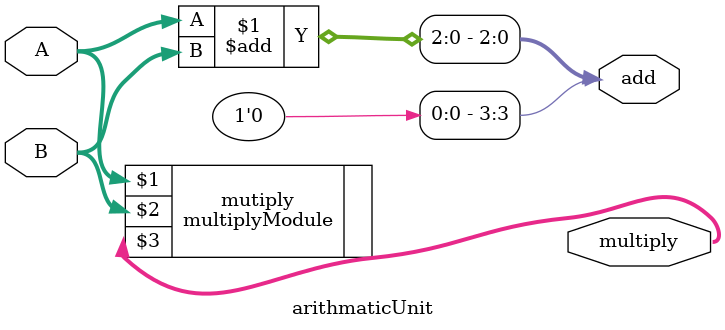
<source format=v>
`timescale 1ns / 1ps
module arithmaticUnit(
	input [1:0] A ,
	input [1:0] B ,
	output [3:0]	multiply ,
	output [3:0]	add
    );
	 
	 multiplyModule mutiply( A , B , multiply); 
	 
	 assign add[2:0] = A + B ;
	 assign add[3] = 1'b0 ;


endmodule
</source>
